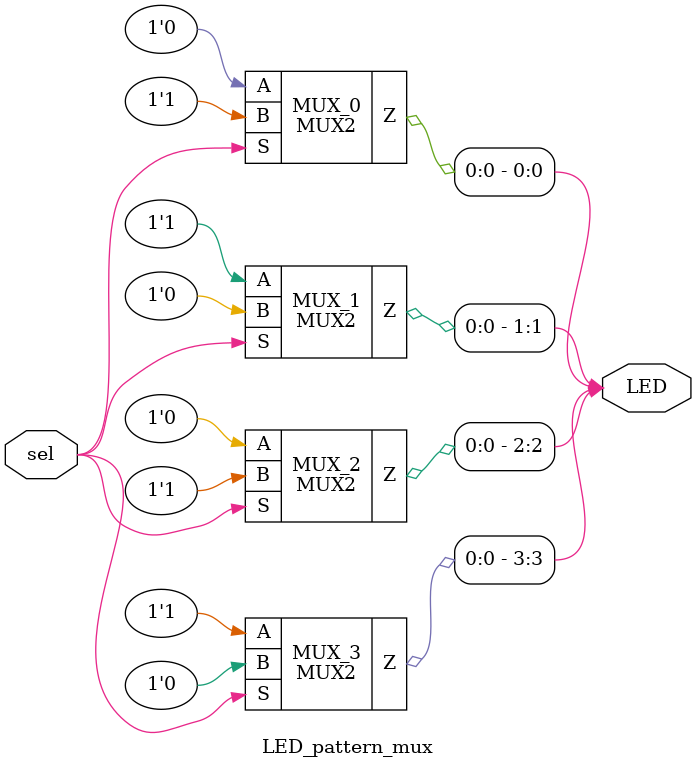
<source format=v>


`timescale 1ns / 1ps

module MUX2 (

   input  wire A,
   input  wire B,
   input  wire S,
   output wire Z

   ) ;


   // conditioal assign
   assign Z = (S == 1'b1) ? A : B ;

endmodule


//=================================================================================
//
// Simple MUX-design to selectively turn-on LD7-LD5 and LD6-LD4 available
// on the Digilent Arty board.
//
// Luca Pacher - pacher@to.infn.it
// Spring 2025
//
//=================================================================================


module LED_pattern_mux (

   input  wire sel,           // control switch (e.g. slide-switch SW0)
   output wire [3:0] LED      // output LEDs

   ) ;


   /////////////////////////////////////////////////////////////////////////
   //   MUX-like behavioral implementation using conditional assignment   //
   /////////////////////////////////////////////////////////////////////////

   //assign LED = (sel == 1'b0 ) ? 4'b1010 : 4'b0101 ;


   /////////////////////////////////////////////////////
   //   logic equations as derived from truth-table   //
   /////////////////////////////////////////////////////

   //assign LED[3] = ~sel ;
   //assign LED[2] =  sel ;
   //assign LED[1] = ~sel ;
   //assign LED[0] =  sel ;


   //////////////////////////////////////////////////////////////
   //   STRUCTURAL code (schematic) using 2:1 MUX components   //
   //////////////////////////////////////////////////////////////

   MUX2  MUX_3 ( .A(1'b1), .B(1'b0), .S(sel), .Z(LED[3]) ); 
   MUX2  MUX_2 ( .A(1'b0), .B(1'b1), .S(sel), .Z(LED[2]) ); 
   MUX2  MUX_1 ( .A(1'b1), .B(1'b0), .S(sel), .Z(LED[1]) ); 
   MUX2  MUX_0 ( .A(1'b0), .B(1'b1), .S(sel), .Z(LED[0]) ); 

endmodule


</source>
